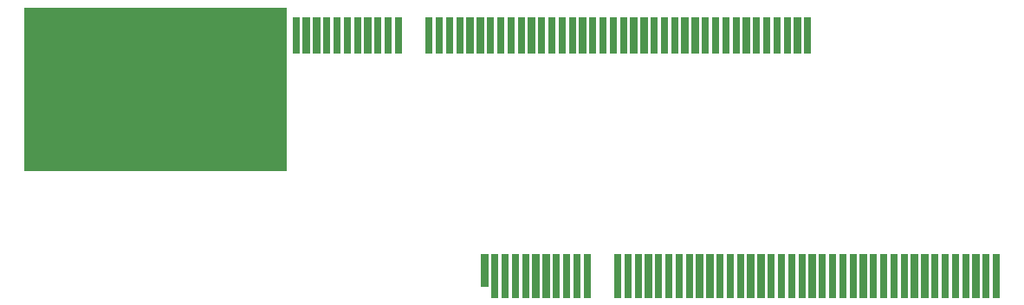
<source format=gbp>
G04 Layer: BottomPasteMaskLayer*
G04 EasyEDA v6.4.25, 2021-10-11T08:22:16+08:00*
G04 810a2c9a40b449618898816b7f75cef1,119f753a6ce64b8d841f2ad33262ab0c,10*
G04 Gerber Generator version 0.2*
G04 Scale: 100 percent, Rotated: No, Reflected: No *
G04 Dimensions in millimeters *
G04 leading zeros omitted , absolute positions ,4 integer and 5 decimal *
%FSLAX45Y45*%
%MOMM*%

%ADD10C,0.0001*%

%LPD*%
G36*
X10621594Y-12464008D02*
G01*
X10691596Y-12464008D01*
X10691596Y-12824002D01*
X10621594Y-12824002D01*
G37*
G36*
X10721594Y-12464008D02*
G01*
X10791596Y-12464008D01*
X10791596Y-12824002D01*
X10721594Y-12824002D01*
G37*
G36*
X10821593Y-12464008D02*
G01*
X10891596Y-12464008D01*
X10891596Y-12824002D01*
X10821593Y-12824002D01*
G37*
G36*
X10921593Y-12464008D02*
G01*
X10991596Y-12464008D01*
X10991596Y-12824002D01*
X10921593Y-12824002D01*
G37*
G36*
X11021593Y-12464008D02*
G01*
X11091595Y-12464008D01*
X11091595Y-12824002D01*
X11021593Y-12824002D01*
G37*
G36*
X11121593Y-12464008D02*
G01*
X11191595Y-12464008D01*
X11191595Y-12824002D01*
X11121593Y-12824002D01*
G37*
G36*
X11221593Y-12464008D02*
G01*
X11291595Y-12464008D01*
X11291595Y-12824002D01*
X11221593Y-12824002D01*
G37*
G36*
X11321592Y-12464008D02*
G01*
X11391595Y-12464008D01*
X11391595Y-12824002D01*
X11321592Y-12824002D01*
G37*
G36*
X11421592Y-12464008D02*
G01*
X11491595Y-12464008D01*
X11491595Y-12824002D01*
X11421592Y-12824002D01*
G37*
G36*
X11521592Y-12464008D02*
G01*
X11591594Y-12464008D01*
X11591594Y-12824002D01*
X11521592Y-12824002D01*
G37*
G36*
X11621592Y-12464008D02*
G01*
X11691594Y-12464008D01*
X11691594Y-12824002D01*
X11621592Y-12824002D01*
G37*
G36*
X11921591Y-12464008D02*
G01*
X11991594Y-12464008D01*
X11991594Y-12824002D01*
X11921591Y-12824002D01*
G37*
G36*
X12021591Y-12464008D02*
G01*
X12091593Y-12464008D01*
X12091593Y-12824002D01*
X12021591Y-12824002D01*
G37*
G36*
X12121591Y-12464008D02*
G01*
X12191593Y-12464008D01*
X12191593Y-12824002D01*
X12121591Y-12824002D01*
G37*
G36*
X12221591Y-12464008D02*
G01*
X12291593Y-12464008D01*
X12291593Y-12824002D01*
X12221591Y-12824002D01*
G37*
G36*
X12321590Y-12464008D02*
G01*
X12391593Y-12464008D01*
X12391593Y-12824002D01*
X12321590Y-12824002D01*
G37*
G36*
X12421590Y-12464008D02*
G01*
X12491593Y-12464008D01*
X12491593Y-12824002D01*
X12421590Y-12824002D01*
G37*
G36*
X12521590Y-12464008D02*
G01*
X12591592Y-12464008D01*
X12591592Y-12824002D01*
X12521590Y-12824002D01*
G37*
G36*
X12621590Y-12464008D02*
G01*
X12691592Y-12464008D01*
X12691592Y-12824002D01*
X12621590Y-12824002D01*
G37*
G36*
X12721590Y-12464008D02*
G01*
X12791592Y-12464008D01*
X12791592Y-12824002D01*
X12721590Y-12824002D01*
G37*
G36*
X12821589Y-12464008D02*
G01*
X12891592Y-12464008D01*
X12891592Y-12824002D01*
X12821589Y-12824002D01*
G37*
G36*
X12921589Y-12464008D02*
G01*
X12991592Y-12464008D01*
X12991592Y-12824002D01*
X12921589Y-12824002D01*
G37*
G36*
X13021589Y-12464008D02*
G01*
X13091591Y-12464008D01*
X13091591Y-12824002D01*
X13021589Y-12824002D01*
G37*
G36*
X13121589Y-12464008D02*
G01*
X13191591Y-12464008D01*
X13191591Y-12824002D01*
X13121589Y-12824002D01*
G37*
G36*
X13221588Y-12464008D02*
G01*
X13291591Y-12464008D01*
X13291591Y-12824002D01*
X13221588Y-12824002D01*
G37*
G36*
X13321588Y-12464008D02*
G01*
X13391591Y-12464008D01*
X13391591Y-12824002D01*
X13321588Y-12824002D01*
G37*
G36*
X13421588Y-12464008D02*
G01*
X13491591Y-12464008D01*
X13491591Y-12824002D01*
X13421588Y-12824002D01*
G37*
G36*
X13521588Y-12464008D02*
G01*
X13591590Y-12464008D01*
X13591590Y-12824002D01*
X13521588Y-12824002D01*
G37*
G36*
X13621588Y-12464008D02*
G01*
X13691590Y-12464008D01*
X13691590Y-12824002D01*
X13621588Y-12824002D01*
G37*
G36*
X13721588Y-12464008D02*
G01*
X13791590Y-12464008D01*
X13791590Y-12824002D01*
X13721588Y-12824002D01*
G37*
G36*
X13821587Y-12464008D02*
G01*
X13891590Y-12464008D01*
X13891590Y-12824002D01*
X13821587Y-12824002D01*
G37*
G36*
X13921587Y-12464008D02*
G01*
X13991590Y-12464008D01*
X13991590Y-12824002D01*
X13921587Y-12824002D01*
G37*
G36*
X14021587Y-12464008D02*
G01*
X14091589Y-12464008D01*
X14091589Y-12824002D01*
X14021587Y-12824002D01*
G37*
G36*
X14121587Y-12464008D02*
G01*
X14191589Y-12464008D01*
X14191589Y-12824002D01*
X14121587Y-12824002D01*
G37*
G36*
X14221587Y-12464008D02*
G01*
X14291589Y-12464008D01*
X14291589Y-12824002D01*
X14221587Y-12824002D01*
G37*
G36*
X14321586Y-12464008D02*
G01*
X14391589Y-12464008D01*
X14391589Y-12824002D01*
X14321586Y-12824002D01*
G37*
G36*
X14421586Y-12464008D02*
G01*
X14491588Y-12464008D01*
X14491588Y-12824002D01*
X14421586Y-12824002D01*
G37*
G36*
X14521586Y-12464008D02*
G01*
X14591588Y-12464008D01*
X14591588Y-12824002D01*
X14521586Y-12824002D01*
G37*
G36*
X14621586Y-12464008D02*
G01*
X14691588Y-12464008D01*
X14691588Y-12824002D01*
X14621586Y-12824002D01*
G37*
G36*
X14721586Y-12464008D02*
G01*
X14791588Y-12464008D01*
X14791588Y-12824002D01*
X14721586Y-12824002D01*
G37*
G36*
X14821585Y-12464008D02*
G01*
X14891588Y-12464008D01*
X14891588Y-12824002D01*
X14821585Y-12824002D01*
G37*
G36*
X14921585Y-12464008D02*
G01*
X14991588Y-12464008D01*
X14991588Y-12824002D01*
X14921585Y-12824002D01*
G37*
G36*
X15021585Y-12464008D02*
G01*
X15091587Y-12464008D01*
X15091587Y-12824002D01*
X15021585Y-12824002D01*
G37*
G36*
X15121585Y-12464008D02*
G01*
X15191587Y-12464008D01*
X15191587Y-12824002D01*
X15121585Y-12824002D01*
G37*
G36*
X15221585Y-12464008D02*
G01*
X15291587Y-12464008D01*
X15291587Y-12824002D01*
X15221585Y-12824002D01*
G37*
G36*
X15321584Y-12464008D02*
G01*
X15391587Y-12464008D01*
X15391587Y-12824002D01*
X15321584Y-12824002D01*
G37*
G36*
X15421584Y-12464008D02*
G01*
X15491587Y-12464008D01*
X15491587Y-12824002D01*
X15421584Y-12824002D01*
G37*
G36*
X15521584Y-12464008D02*
G01*
X15591586Y-12464008D01*
X15591586Y-12824002D01*
X15521584Y-12824002D01*
G37*
G36*
X15621584Y-12464008D02*
G01*
X15691586Y-12464008D01*
X15691586Y-12824002D01*
X15621584Y-12824002D01*
G37*
G36*
X16664965Y-14784959D02*
G01*
X16734967Y-14784959D01*
X16734967Y-15214981D01*
X16664965Y-15214981D01*
G37*
G36*
X16564965Y-14784959D02*
G01*
X16634968Y-14784959D01*
X16634968Y-15214981D01*
X16564965Y-15214981D01*
G37*
G36*
X16464965Y-14784959D02*
G01*
X16534968Y-14784959D01*
X16534968Y-15214981D01*
X16464965Y-15214981D01*
G37*
G36*
X16364966Y-14784959D02*
G01*
X16434968Y-14784959D01*
X16434968Y-15214981D01*
X16364966Y-15214981D01*
G37*
G36*
X16264966Y-14784959D02*
G01*
X16334968Y-14784959D01*
X16334968Y-15214981D01*
X16264966Y-15214981D01*
G37*
G36*
X16164966Y-14784959D02*
G01*
X16234968Y-14784959D01*
X16234968Y-15214981D01*
X16164966Y-15214981D01*
G37*
G36*
X16064966Y-14784959D02*
G01*
X16134969Y-14784959D01*
X16134969Y-15214981D01*
X16064966Y-15214981D01*
G37*
G36*
X15964966Y-14784959D02*
G01*
X16034969Y-14784959D01*
X16034969Y-15214981D01*
X15964966Y-15214981D01*
G37*
G36*
X15864967Y-14784959D02*
G01*
X15934969Y-14784959D01*
X15934969Y-15214981D01*
X15864967Y-15214981D01*
G37*
G36*
X15764967Y-14784959D02*
G01*
X15834969Y-14784959D01*
X15834969Y-15214981D01*
X15764967Y-15214981D01*
G37*
G36*
X15664967Y-14784959D02*
G01*
X15734969Y-14784959D01*
X15734969Y-15214981D01*
X15664967Y-15214981D01*
G37*
G36*
X15564967Y-14784959D02*
G01*
X15634969Y-14784959D01*
X15634969Y-15214981D01*
X15564967Y-15214981D01*
G37*
G36*
X15464967Y-14784959D02*
G01*
X15534970Y-14784959D01*
X15534970Y-15214981D01*
X15464967Y-15214981D01*
G37*
G36*
X15364968Y-14784959D02*
G01*
X15434970Y-14784959D01*
X15434970Y-15214981D01*
X15364968Y-15214981D01*
G37*
G36*
X15264968Y-14784959D02*
G01*
X15334970Y-14784959D01*
X15334970Y-15214981D01*
X15264968Y-15214981D01*
G37*
G36*
X15164968Y-14784959D02*
G01*
X15234970Y-14784959D01*
X15234970Y-15214981D01*
X15164968Y-15214981D01*
G37*
G36*
X15064968Y-14784959D02*
G01*
X15134971Y-14784959D01*
X15134971Y-15214981D01*
X15064968Y-15214981D01*
G37*
G36*
X14964968Y-14784959D02*
G01*
X15034971Y-14784959D01*
X15034971Y-15214981D01*
X14964968Y-15214981D01*
G37*
G36*
X14864969Y-14784959D02*
G01*
X14934971Y-14784959D01*
X14934971Y-15214981D01*
X14864969Y-15214981D01*
G37*
G36*
X14764969Y-14784959D02*
G01*
X14834971Y-14784959D01*
X14834971Y-15214981D01*
X14764969Y-15214981D01*
G37*
G36*
X14664969Y-14784959D02*
G01*
X14734971Y-14784959D01*
X14734971Y-15214981D01*
X14664969Y-15214981D01*
G37*
G36*
X14564969Y-14784959D02*
G01*
X14634972Y-14784959D01*
X14634972Y-15214981D01*
X14564969Y-15214981D01*
G37*
G36*
X14464969Y-14784959D02*
G01*
X14534972Y-14784959D01*
X14534972Y-15214981D01*
X14464969Y-15214981D01*
G37*
G36*
X12464973Y-14784959D02*
G01*
X12534976Y-14784959D01*
X12534976Y-15104973D01*
X12464973Y-15104973D01*
G37*
G36*
X12564973Y-14784959D02*
G01*
X12634976Y-14784959D01*
X12634976Y-15214981D01*
X12564973Y-15214981D01*
G37*
G36*
X12664973Y-14784959D02*
G01*
X12734975Y-14784959D01*
X12734975Y-15214981D01*
X12664973Y-15214981D01*
G37*
G36*
X12764973Y-14784959D02*
G01*
X12834975Y-14784959D01*
X12834975Y-15214981D01*
X12764973Y-15214981D01*
G37*
G36*
X12864973Y-14784959D02*
G01*
X12934975Y-14784959D01*
X12934975Y-15214981D01*
X12864973Y-15214981D01*
G37*
G36*
X12964972Y-14784959D02*
G01*
X13034975Y-14784959D01*
X13034975Y-15214981D01*
X12964972Y-15214981D01*
G37*
G36*
X13064972Y-14784959D02*
G01*
X13134975Y-14784959D01*
X13134975Y-15214981D01*
X13064972Y-15214981D01*
G37*
G36*
X13164972Y-14784959D02*
G01*
X13234974Y-14784959D01*
X13234974Y-15214981D01*
X13164972Y-15214981D01*
G37*
G36*
X13264972Y-14784959D02*
G01*
X13334974Y-14784959D01*
X13334974Y-15214981D01*
X13264972Y-15214981D01*
G37*
G36*
X13364972Y-14784959D02*
G01*
X13434974Y-14784959D01*
X13434974Y-15214981D01*
X13364972Y-15214981D01*
G37*
G36*
X13464971Y-14784959D02*
G01*
X13534974Y-14784959D01*
X13534974Y-15214981D01*
X13464971Y-15214981D01*
G37*
G36*
X13964970Y-14784959D02*
G01*
X14034973Y-14784959D01*
X14034973Y-15214981D01*
X13964970Y-15214981D01*
G37*
G36*
X14064970Y-14784959D02*
G01*
X14134973Y-14784959D01*
X14134973Y-15214981D01*
X14064970Y-15214981D01*
G37*
G36*
X14164970Y-14784959D02*
G01*
X14234972Y-14784959D01*
X14234972Y-15214981D01*
X14164970Y-15214981D01*
G37*
G36*
X14264970Y-14784959D02*
G01*
X14334972Y-14784959D01*
X14334972Y-15214981D01*
X14264970Y-15214981D01*
G37*
G36*
X14364969Y-14784959D02*
G01*
X14434972Y-14784959D01*
X14434972Y-15214981D01*
X14364969Y-15214981D01*
G37*
G36*
X13764971Y-14784959D02*
G01*
X13834973Y-14784959D01*
X13834973Y-15214981D01*
X13764971Y-15214981D01*
G37*
G36*
X13864971Y-14784959D02*
G01*
X13934973Y-14784959D01*
X13934973Y-15214981D01*
X13864971Y-15214981D01*
G37*
G36*
X16764965Y-14784959D02*
G01*
X16834967Y-14784959D01*
X16834967Y-15214981D01*
X16764965Y-15214981D01*
G37*
G36*
X16864965Y-14784959D02*
G01*
X16934967Y-14784959D01*
X16934967Y-15214981D01*
X16864965Y-15214981D01*
G37*
G36*
X16964964Y-14784959D02*
G01*
X17034967Y-14784959D01*
X17034967Y-15214981D01*
X16964964Y-15214981D01*
G37*
G36*
X17064964Y-14784959D02*
G01*
X17134967Y-14784959D01*
X17134967Y-15214981D01*
X17064964Y-15214981D01*
G37*
G36*
X17164964Y-14784959D02*
G01*
X17234966Y-14784959D01*
X17234966Y-15214981D01*
X17164964Y-15214981D01*
G37*
G36*
X17264964Y-14784959D02*
G01*
X17334966Y-14784959D01*
X17334966Y-15214981D01*
X17264964Y-15214981D01*
G37*
G36*
X17364964Y-14784959D02*
G01*
X17434966Y-14784959D01*
X17434966Y-15214981D01*
X17364964Y-15214981D01*
G37*
G36*
X17464963Y-14784959D02*
G01*
X17534966Y-14784959D01*
X17534966Y-15214981D01*
X17464963Y-15214981D01*
G37*
G36*
X8001000Y-12369800D02*
G01*
X10566400Y-12369800D01*
X10566400Y-13970000D01*
X8001000Y-13970000D01*
G37*
M02*

</source>
